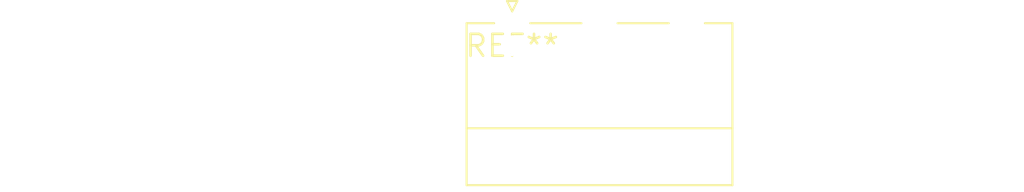
<source format=kicad_pcb>
(kicad_pcb (version 20240108) (generator pcbnew)
  (layers (0 "F.Cu" signal) (31 "B.Cu" signal) (34 "B.Paste" user) (35 "F.Paste" user) (36 "B.SilkS" user "B.Silkscreen") (37 "F.SilkS" user "F.Silkscreen") (38 "B.Mask" user) (39 "F.Mask" user) (44 "Edge.Cuts" user))
  (net 0 "")
  (footprint "PhoenixContact_MC_1,5_3-G-5.08_1x03_P5.08mm_Horizontal" (layer "F.Cu") (at 0 0)
    (property "Reference" "REF**")
    (property "Value" "PhoenixContact_MC_1,5_3-G-5.08_1x03_P5.08mm_Horizontal")
    (fp_line (start -2.65 -1.31) (end -2.65 8.11) (layer "F.SilkS") (stroke (width 0.12)))
    (fp_line (start -2.65 -1.31) (end -1.05 -1.31) (layer "F.SilkS") (stroke (width 0.12)))
    (fp_line (start -2.65 4.8) (end 12.81 4.8) (layer "F.SilkS") (stroke (width 0.12)))
    (fp_line (start -2.65 8.11) (end 12.81 8.11) (layer "F.SilkS") (stroke (width 0.12)))
    (fp_line (start -0.3 -2.6) (end 0.3 -2.6) (layer "F.SilkS") (stroke (width 0.12)))
    (fp_line (start 0 -2) (end -0.3 -2.6) (layer "F.SilkS") (stroke (width 0.12)))
    (fp_line (start 0.3 -2.6) (end 0 -2) (layer "F.SilkS") (stroke (width 0.12)))
    (fp_line (start 1.05 -1.31) (end 4.03 -1.31) (layer "F.SilkS") (stroke (width 0.12)))
    (fp_line (start 6.13 -1.31) (end 9.11 -1.31) (layer "F.SilkS") (stroke (width 0.12)))
    (fp_line (start 12.81 -1.31) (end 11.21 -1.31) (layer "F.SilkS") (stroke (width 0.12)))
    (fp_line (start 12.81 8.11) (end 12.81 -1.31) (layer "F.SilkS") (stroke (width 0.12)))
    (pad "1" thru_hole roundrect (at 0 0) (size 1.8 3.6) (drill 1.2) (layers *.Cu *.Mask) (remove_unused_layers) (roundrect_rratio 0.138889))
    (pad "2" thru_hole oval (at 5.08 0) (size 1.8 3.6) (drill 1.2) (layers *.Cu *.Mask) (remove_unused_layers))
    (pad "3" thru_hole oval (at 10.16 0) (size 1.8 3.6) (drill 1.2) (layers *.Cu *.Mask) (remove_unused_layers))
  )
)
</source>
